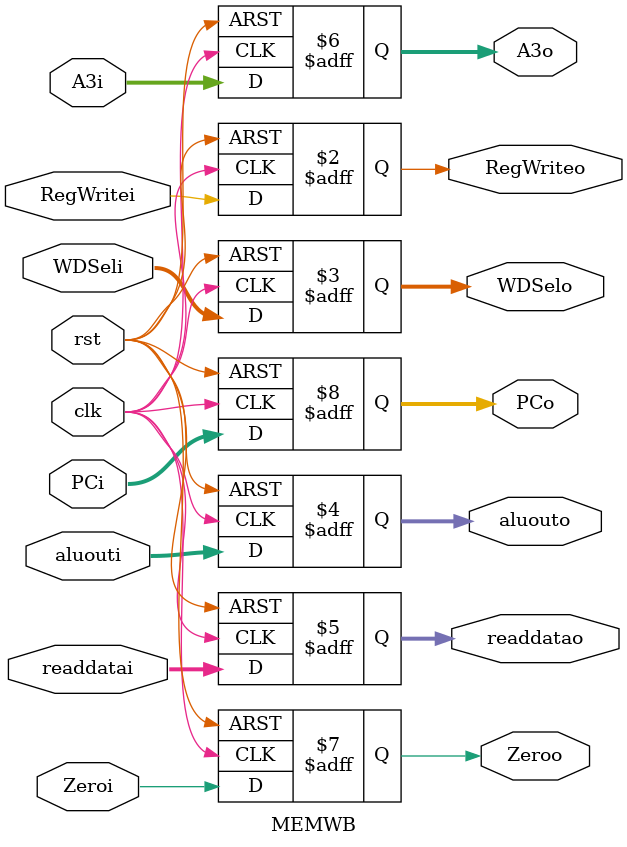
<source format=v>
module MEMWB( clk, rst, 
	RegWritei, WDSeli, aluouti, readdatai, A3i, Zeroi, PCi, 
	RegWriteo, WDSelo, aluouto, readdatao, A3o, Zeroo, PCo
);

     input                clk;         // clock
     input                rst;         // reset
     input                RegWritei;   // control signal to register write
     input         [1:0]  WDSeli;      // (register) write data selection
     input         [31:0] aluouti;     // ALU output
     input         [31:0] readdatai;   // data from data memory
     input         [4:0]  A3i;         // data address for registers
     input                Zeroi;
     input         [31:0] PCi;

     output  reg          RegWriteo;   // control signal to register write
     output  reg   [1:0]  WDSelo;      // (register) write data selection
     output  reg   [31:0] aluouto;     // ALU output
     output  reg   [31:0] readdatao;   // data from data memory
     output  reg   [4:0]  A3o;         // data address for registers
     output  reg          Zeroo;
     output  reg   [31:0] PCo;

     always @(posedge clk, posedge rst)
	     if(rst)
	     begin
		     RegWriteo  <= 1'b0;
	             WDSelo     <= 2'b0;
		     aluouto    <= 32'b0;
		     readdatao  <= 32'b0;
		     A3o        <= 5'b0;
		     Zeroo      <= 1'b0;
		     PCo        <= 32'b0;
	     end
	     else
	     begin
		     RegWriteo  <= RegWritei;
	             WDSelo     <= WDSeli;
		     aluouto    <= aluouti;
		     readdatao  <= readdatai;
		     A3o        <= A3i;
		     Zeroo      <= Zeroi;
		     PCo        <= PCi;
	     end


endmodule

</source>
